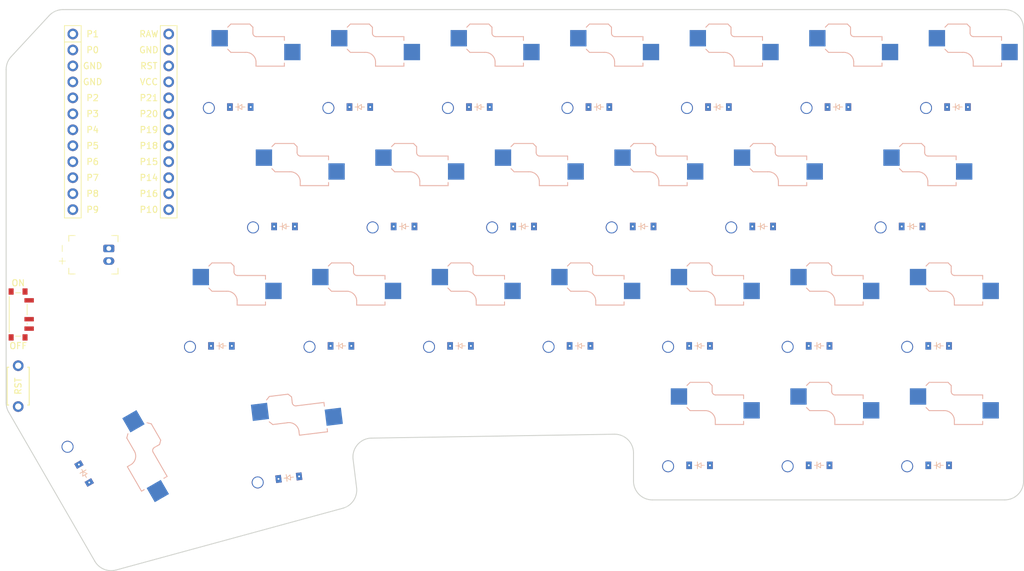
<source format=kicad_pcb>
(kicad_pcb (version 20240108) (generator "ergogen") (generator_version "4.2.1")
  (title_block (title "right_pcb") (date "2026-02-02") (rev "v1.0.0") (company "Unknown"))
  (layers (0 "F.Cu" signal) (31 "B.Cu" signal) (34 "B.Paste" user) (35 "F.Paste" user) (36 "B.SilkS" user "B.Silkscreen") (37 "F.SilkS" user "F.Silkscreen") (38 "B.Mask" user) (39 "F.Mask" user) (44 "Edge.Cuts" user))
  (net 0 "")
  (net 1 "P0")
  (net 2 "y_single")
  (net 3 "GND")
  (net 4 "D1")
  (net 5 "D2")
  (net 6 "P1")
  (net 7 "u_single")
  (net 8 "P2")
  (net 9 "i_single")
  (net 10 "P3")
  (net 11 "o_single")
  (net 12 "P4")
  (net 13 "p_single")
  (net 14 "P5")
  (net 15 "backspace_single")
  (net 16 "P6")
  (net 17 "delete_single")
  (net 18 "h_single")
  (net 19 "j_single")
  (net 20 "k_single")
  (net 21 "l_single")
  (net 22 "colon_single")
  (net 23 "quotes_single")
  (net 24 "b_single")
  (net 25 "n_single")
  (net 26 "m_single")
  (net 27 "comma_single")
  (net 28 "peroid_single")
  (net 29 "up_arrow_single")
  (net 30 "slash_single")
  (net 31 "larrow_single")
  (net 32 "darrow_single")
  (net 33 "rarrow_single")
  (net 34 "space_single")
  (net 35 "raise_single")
  (net 36 "RAW")
  (net 37 "RST")
  (net 38 "VCC")
  (net 39 "P21")
  (net 40 "P20")
  (net 41 "P19")
  (net 42 "P18")
  (net 43 "P15")
  (net 44 "P14")
  (net 45 "P16")
  (net 46 "P10")
  (net 47 "P7")
  (net 48 "P8")
  (net 49 "P9")
  (net 50 "P101")
  (net 51 "P102")
  (net 52 "P107")
  (net 53 "MCU1_24")
  (net 54 "MCU1_1")
  (net 55 "MCU1_23")
  (net 56 "MCU1_2")
  (net 57 "MCU1_22")
  (net 58 "MCU1_3")
  (net 59 "MCU1_21")
  (net 60 "MCU1_4")
  (net 61 "MCU1_20")
  (net 62 "MCU1_5")
  (net 63 "MCU1_19")
  (net 64 "MCU1_6")
  (net 65 "MCU1_18")
  (net 66 "MCU1_7")
  (net 67 "MCU1_17")
  (net 68 "MCU1_8")
  (net 69 "MCU1_16")
  (net 70 "MCU1_9")
  (net 71 "MCU1_15")
  (net 72 "MCU1_10")
  (net 73 "MCU1_14")
  (net 74 "MCU1_11")
  (net 75 "MCU1_13")
  (net 76 "MCU1_12")
  (net 77 "BAT_P")
  (net 78 "JST1_1")
  (net 79 "JST1_2")
  (footprint "ceoloide:switch_choc_v1_v2" (layer "B.Cu") (at 150 100 0)
    (property "Reference" "S1" hide)
    (pad "" np_thru_hole circle (at 0 0 0) (size 5 5) (drill 5) (layers "*.Cu" "*.Mask"))
    (pad "" np_thru_hole circle (at 5.5 0 0) (size 1.9 1.9) (drill 1.9) (layers "*.Cu" "*.Mask"))
    (pad "" np_thru_hole circle (at -5.5 0 0) (size 1.9 1.9) (drill 1.9) (layers "*.Cu" "*.Mask"))
    (pad "" thru_hole circle (at -5.00 5.15 0) (size 1.9 1.9) (drill 1.6) (layers "*.Cu" "*.Mask"))
    (pad "" np_thru_hole circle (at 0 -5.95 0) (size 3 3) (drill 3) (layers "*.Cu" "*.Mask"))
    (pad "1" smd rect (at -3.275 -5.95 0) (size 2.6 2.6) (layers "B.Cu" "B.Paste" "B.Mask") (net 1 "P0"))
    (pad "2" smd rect (at 8.275 -3.75 0) (size 2.6 2.6) (layers "B.Cu" "B.Paste" "B.Mask") (net 2 "y_single"))
    (pad "" np_thru_hole circle (at 5 -3.75 195) (size 3 3) (drill 3) (layers "*.Cu" "*.Mask"))
  )
  (footprint "ceoloide:switch_choc_v1_v2" (layer "B.Cu") (at 169 100 0)
    (property "Reference" "S2" hide)
    (pad "" np_thru_hole circle (at 0 0 0) (size 5 5) (drill 5) (layers "*.Cu" "*.Mask"))
    (pad "" np_thru_hole circle (at 5.5 0 0) (size 1.9 1.9) (drill 1.9) (layers "*.Cu" "*.Mask"))
    (pad "" np_thru_hole circle (at -5.5 0 0) (size 1.9 1.9) (drill 1.9) (layers "*.Cu" "*.Mask"))
    (pad "" thru_hole circle (at -5.00 5.15 0) (size 1.9 1.9) (drill 1.6) (layers "*.Cu" "*.Mask"))
    (pad "" np_thru_hole circle (at 0 -5.95 0) (size 3 3) (drill 3) (layers "*.Cu" "*.Mask"))
    (pad "1" smd rect (at -3.275 -5.95 0) (size 2.6 2.6) (layers "B.Cu" "B.Paste" "B.Mask") (net 6 "P1"))
    (pad "2" smd rect (at 8.275 -3.75 0) (size 2.6 2.6) (layers "B.Cu" "B.Paste" "B.Mask") (net 7 "u_single"))
    (pad "" np_thru_hole circle (at 5 -3.75 195) (size 3 3) (drill 3) (layers "*.Cu" "*.Mask"))
  )
  (footprint "ceoloide:switch_choc_v1_v2" (layer "B.Cu") (at 188 100 0)
    (property "Reference" "S3" hide)
    (pad "" np_thru_hole circle (at 0 0 0) (size 5 5) (drill 5) (layers "*.Cu" "*.Mask"))
    (pad "" np_thru_hole circle (at 5.5 0 0) (size 1.9 1.9) (drill 1.9) (layers "*.Cu" "*.Mask"))
    (pad "" np_thru_hole circle (at -5.5 0 0) (size 1.9 1.9) (drill 1.9) (layers "*.Cu" "*.Mask"))
    (pad "" thru_hole circle (at -5.00 5.15 0) (size 1.9 1.9) (drill 1.6) (layers "*.Cu" "*.Mask"))
    (pad "" np_thru_hole circle (at 0 -5.95 0) (size 3 3) (drill 3) (layers "*.Cu" "*.Mask"))
    (pad "1" smd rect (at -3.275 -5.95 0) (size 2.6 2.6) (layers "B.Cu" "B.Paste" "B.Mask") (net 8 "P2"))
    (pad "2" smd rect (at 8.275 -3.75 0) (size 2.6 2.6) (layers "B.Cu" "B.Paste" "B.Mask") (net 9 "i_single"))
    (pad "" np_thru_hole circle (at 5 -3.75 195) (size 3 3) (drill 3) (layers "*.Cu" "*.Mask"))
  )
  (footprint "ceoloide:switch_choc_v1_v2" (layer "B.Cu") (at 207 100 0)
    (property "Reference" "S4" hide)
    (pad "" np_thru_hole circle (at 0 0 0) (size 5 5) (drill 5) (layers "*.Cu" "*.Mask"))
    (pad "" np_thru_hole circle (at 5.5 0 0) (size 1.9 1.9) (drill 1.9) (layers "*.Cu" "*.Mask"))
    (pad "" np_thru_hole circle (at -5.5 0 0) (size 1.9 1.9) (drill 1.9) (layers "*.Cu" "*.Mask"))
    (pad "" thru_hole circle (at -5.00 5.15 0) (size 1.9 1.9) (drill 1.6) (layers "*.Cu" "*.Mask"))
    (pad "" np_thru_hole circle (at 0 -5.95 0) (size 3 3) (drill 3) (layers "*.Cu" "*.Mask"))
    (pad "1" smd rect (at -3.275 -5.95 0) (size 2.6 2.6) (layers "B.Cu" "B.Paste" "B.Mask") (net 10 "P3"))
    (pad "2" smd rect (at 8.275 -3.75 0) (size 2.6 2.6) (layers "B.Cu" "B.Paste" "B.Mask") (net 11 "o_single"))
    (pad "" np_thru_hole circle (at 5 -3.75 195) (size 3 3) (drill 3) (layers "*.Cu" "*.Mask"))
  )
  (footprint "ceoloide:switch_choc_v1_v2" (layer "B.Cu") (at 226 100 0)
    (property "Reference" "S5" hide)
    (pad "" np_thru_hole circle (at 0 0 0) (size 5 5) (drill 5) (layers "*.Cu" "*.Mask"))
    (pad "" np_thru_hole circle (at 5.5 0 0) (size 1.9 1.9) (drill 1.9) (layers "*.Cu" "*.Mask"))
    (pad "" np_thru_hole circle (at -5.5 0 0) (size 1.9 1.9) (drill 1.9) (layers "*.Cu" "*.Mask"))
    (pad "" thru_hole circle (at -5.00 5.15 0) (size 1.9 1.9) (drill 1.6) (layers "*.Cu" "*.Mask"))
    (pad "" np_thru_hole circle (at 0 -5.95 0) (size 3 3) (drill 3) (layers "*.Cu" "*.Mask"))
    (pad "1" smd rect (at -3.275 -5.95 0) (size 2.6 2.6) (layers "B.Cu" "B.Paste" "B.Mask") (net 12 "P4"))
    (pad "2" smd rect (at 8.275 -3.75 0) (size 2.6 2.6) (layers "B.Cu" "B.Paste" "B.Mask") (net 13 "p_single"))
    (pad "" np_thru_hole circle (at 5 -3.75 195) (size 3 3) (drill 3) (layers "*.Cu" "*.Mask"))
  )
  (footprint "ceoloide:switch_choc_v1_v2" (layer "B.Cu") (at 245 100 0)
    (property "Reference" "S6" hide)
    (pad "" np_thru_hole circle (at 0 0 0) (size 5 5) (drill 5) (layers "*.Cu" "*.Mask"))
    (pad "" np_thru_hole circle (at 5.5 0 0) (size 1.9 1.9) (drill 1.9) (layers "*.Cu" "*.Mask"))
    (pad "" np_thru_hole circle (at -5.5 0 0) (size 1.9 1.9) (drill 1.9) (layers "*.Cu" "*.Mask"))
    (pad "" thru_hole circle (at -5.00 5.15 0) (size 1.9 1.9) (drill 1.6) (layers "*.Cu" "*.Mask"))
    (pad "" np_thru_hole circle (at 0 -5.95 0) (size 3 3) (drill 3) (layers "*.Cu" "*.Mask"))
    (pad "1" smd rect (at -3.275 -5.95 0) (size 2.6 2.6) (layers "B.Cu" "B.Paste" "B.Mask") (net 14 "P5"))
    (pad "2" smd rect (at 8.275 -3.75 0) (size 2.6 2.6) (layers "B.Cu" "B.Paste" "B.Mask") (net 15 "backspace_single"))
    (pad "" np_thru_hole circle (at 5 -3.75 195) (size 3 3) (drill 3) (layers "*.Cu" "*.Mask"))
  )
  (footprint "ceoloide:switch_choc_v1_v2" (layer "B.Cu") (at 264 100 0)
    (property "Reference" "S7" hide)
    (pad "" np_thru_hole circle (at 0 0 0) (size 5 5) (drill 5) (layers "*.Cu" "*.Mask"))
    (pad "" np_thru_hole circle (at 5.5 0 0) (size 1.9 1.9) (drill 1.9) (layers "*.Cu" "*.Mask"))
    (pad "" np_thru_hole circle (at -5.5 0 0) (size 1.9 1.9) (drill 1.9) (layers "*.Cu" "*.Mask"))
    (pad "" thru_hole circle (at -5.00 5.15 0) (size 1.9 1.9) (drill 1.6) (layers "*.Cu" "*.Mask"))
    (pad "" np_thru_hole circle (at 0 -5.95 0) (size 3 3) (drill 3) (layers "*.Cu" "*.Mask"))
    (pad "1" smd rect (at -3.275 -5.95 0) (size 2.6 2.6) (layers "B.Cu" "B.Paste" "B.Mask") (net 16 "P6"))
    (pad "2" smd rect (at 8.275 -3.75 0) (size 2.6 2.6) (layers "B.Cu" "B.Paste" "B.Mask") (net 17 "delete_single"))
    (pad "" np_thru_hole circle (at 5 -3.75 195) (size 3 3) (drill 3) (layers "*.Cu" "*.Mask"))
  )
  (footprint "ceoloide:switch_choc_v1_v2" (layer "B.Cu") (at 157.03 119 0)
    (property "Reference" "S8" hide)
    (pad "" np_thru_hole circle (at 0 0 0) (size 5 5) (drill 5) (layers "*.Cu" "*.Mask"))
    (pad "" np_thru_hole circle (at 5.5 0 0) (size 1.9 1.9) (drill 1.9) (layers "*.Cu" "*.Mask"))
    (pad "" np_thru_hole circle (at -5.5 0 0) (size 1.9 1.9) (drill 1.9) (layers "*.Cu" "*.Mask"))
    (pad "" thru_hole circle (at -5.00 5.15 0) (size 1.9 1.9) (drill 1.6) (layers "*.Cu" "*.Mask"))
    (pad "" np_thru_hole circle (at 0 -5.95 0) (size 3 3) (drill 3) (layers "*.Cu" "*.Mask"))
    (pad "1" smd rect (at -3.275 -5.95 0) (size 2.6 2.6) (layers "B.Cu" "B.Paste" "B.Mask") (net 1 "P0"))
    (pad "2" smd rect (at 8.275 -3.75 0) (size 2.6 2.6) (layers "B.Cu" "B.Paste" "B.Mask") (net 18 "h_single"))
    (pad "" np_thru_hole circle (at 5 -3.75 195) (size 3 3) (drill 3) (layers "*.Cu" "*.Mask"))
  )
  (footprint "ceoloide:switch_choc_v1_v2" (layer "B.Cu") (at 176.03 119 0)
    (property "Reference" "S9" hide)
    (pad "" np_thru_hole circle (at 0 0 0) (size 5 5) (drill 5) (layers "*.Cu" "*.Mask"))
    (pad "" np_thru_hole circle (at 5.5 0 0) (size 1.9 1.9) (drill 1.9) (layers "*.Cu" "*.Mask"))
    (pad "" np_thru_hole circle (at -5.5 0 0) (size 1.9 1.9) (drill 1.9) (layers "*.Cu" "*.Mask"))
    (pad "" thru_hole circle (at -5.00 5.15 0) (size 1.9 1.9) (drill 1.6) (layers "*.Cu" "*.Mask"))
    (pad "" np_thru_hole circle (at 0 -5.95 0) (size 3 3) (drill 3) (layers "*.Cu" "*.Mask"))
    (pad "1" smd rect (at -3.275 -5.95 0) (size 2.6 2.6) (layers "B.Cu" "B.Paste" "B.Mask") (net 6 "P1"))
    (pad "2" smd rect (at 8.275 -3.75 0) (size 2.6 2.6) (layers "B.Cu" "B.Paste" "B.Mask") (net 19 "j_single"))
    (pad "" np_thru_hole circle (at 5 -3.75 195) (size 3 3) (drill 3) (layers "*.Cu" "*.Mask"))
  )
  (footprint "ceoloide:switch_choc_v1_v2" (layer "B.Cu") (at 195.03 119 0)
    (property "Reference" "S10" hide)
    (pad "" np_thru_hole circle (at 0 0 0) (size 5 5) (drill 5) (layers "*.Cu" "*.Mask"))
    (pad "" np_thru_hole circle (at 5.5 0 0) (size 1.9 1.9) (drill 1.9) (layers "*.Cu" "*.Mask"))
    (pad "" np_thru_hole circle (at -5.5 0 0) (size 1.9 1.9) (drill 1.9) (layers "*.Cu" "*.Mask"))
    (pad "" thru_hole circle (at -5.00 5.15 0) (size 1.9 1.9) (drill 1.6) (layers "*.Cu" "*.Mask"))
    (pad "" np_thru_hole circle (at 0 -5.95 0) (size 3 3) (drill 3) (layers "*.Cu" "*.Mask"))
    (pad "1" smd rect (at -3.275 -5.95 0) (size 2.6 2.6) (layers "B.Cu" "B.Paste" "B.Mask") (net 8 "P2"))
    (pad "2" smd rect (at 8.275 -3.75 0) (size 2.6 2.6) (layers "B.Cu" "B.Paste" "B.Mask") (net 20 "k_single"))
    (pad "" np_thru_hole circle (at 5 -3.75 195) (size 3 3) (drill 3) (layers "*.Cu" "*.Mask"))
  )
  (footprint "ceoloide:switch_choc_v1_v2" (layer "B.Cu") (at 214.03 119 0)
    (property "Reference" "S11" hide)
    (pad "" np_thru_hole circle (at 0 0 0) (size 5 5) (drill 5) (layers "*.Cu" "*.Mask"))
    (pad "" np_thru_hole circle (at 5.5 0 0) (size 1.9 1.9) (drill 1.9) (layers "*.Cu" "*.Mask"))
    (pad "" np_thru_hole circle (at -5.5 0 0) (size 1.9 1.9) (drill 1.9) (layers "*.Cu" "*.Mask"))
    (pad "" thru_hole circle (at -5.00 5.15 0) (size 1.9 1.9) (drill 1.6) (layers "*.Cu" "*.Mask"))
    (pad "" np_thru_hole circle (at 0 -5.95 0) (size 3 3) (drill 3) (layers "*.Cu" "*.Mask"))
    (pad "1" smd rect (at -3.275 -5.95 0) (size 2.6 2.6) (layers "B.Cu" "B.Paste" "B.Mask") (net 10 "P3"))
    (pad "2" smd rect (at 8.275 -3.75 0) (size 2.6 2.6) (layers "B.Cu" "B.Paste" "B.Mask") (net 21 "l_single"))
    (pad "" np_thru_hole circle (at 5 -3.75 195) (size 3 3) (drill 3) (layers "*.Cu" "*.Mask"))
  )
  (footprint "ceoloide:switch_choc_v1_v2" (layer "B.Cu") (at 233.03 119 0)
    (property "Reference" "S12" hide)
    (pad "" np_thru_hole circle (at 0 0 0) (size 5 5) (drill 5) (layers "*.Cu" "*.Mask"))
    (pad "" np_thru_hole circle (at 5.5 0 0) (size 1.9 1.9) (drill 1.9) (layers "*.Cu" "*.Mask"))
    (pad "" np_thru_hole circle (at -5.5 0 0) (size 1.9 1.9) (drill 1.9) (layers "*.Cu" "*.Mask"))
    (pad "" thru_hole circle (at -5.00 5.15 0) (size 1.9 1.9) (drill 1.6) (layers "*.Cu" "*.Mask"))
    (pad "" np_thru_hole circle (at 0 -5.95 0) (size 3 3) (drill 3) (layers "*.Cu" "*.Mask"))
    (pad "1" smd rect (at -3.275 -5.95 0) (size 2.6 2.6) (layers "B.Cu" "B.Paste" "B.Mask") (net 12 "P4"))
    (pad "2" smd rect (at 8.275 -3.75 0) (size 2.6 2.6) (layers "B.Cu" "B.Paste" "B.Mask") (net 22 "colon_single"))
    (pad "" np_thru_hole circle (at 5 -3.75 195) (size 3 3) (drill 3) (layers "*.Cu" "*.Mask"))
  )
  (footprint "ceoloide:switch_choc_v1_v2" (layer "B.Cu") (at 256.78 119 0)
    (property "Reference" "S13" hide)
    (pad "" np_thru_hole circle (at 0 0 0) (size 5 5) (drill 5) (layers "*.Cu" "*.Mask"))
    (pad "" np_thru_hole circle (at 5.5 0 0) (size 1.9 1.9) (drill 1.9) (layers "*.Cu" "*.Mask"))
    (pad "" np_thru_hole circle (at -5.5 0 0) (size 1.9 1.9) (drill 1.9) (layers "*.Cu" "*.Mask"))
    (pad "" thru_hole circle (at -5.00 5.15 0) (size 1.9 1.9) (drill 1.6) (layers "*.Cu" "*.Mask"))
    (pad "" np_thru_hole circle (at 0 -5.95 0) (size 3 3) (drill 3) (layers "*.Cu" "*.Mask"))
    (pad "1" smd rect (at -3.275 -5.95 0) (size 2.6 2.6) (layers "B.Cu" "B.Paste" "B.Mask") (net 14 "P5"))
    (pad "2" smd rect (at 8.275 -3.75 0) (size 2.6 2.6) (layers "B.Cu" "B.Paste" "B.Mask") (net 23 "quotes_single"))
    (pad "" np_thru_hole circle (at 5 -3.75 195) (size 3 3) (drill 3) (layers "*.Cu" "*.Mask"))
  )
  (footprint "ceoloide:switch_choc_v1_v2" (layer "B.Cu") (at 147 138 0)
    (property "Reference" "S14" hide)
    (pad "" np_thru_hole circle (at 0 0 0) (size 5 5) (drill 5) (layers "*.Cu" "*.Mask"))
    (pad "" np_thru_hole circle (at 5.5 0 0) (size 1.9 1.9) (drill 1.9) (layers "*.Cu" "*.Mask"))
    (pad "" np_thru_hole circle (at -5.5 0 0) (size 1.9 1.9) (drill 1.9) (layers "*.Cu" "*.Mask"))
    (pad "" thru_hole circle (at -5.00 5.15 0) (size 1.9 1.9) (drill 1.6) (layers "*.Cu" "*.Mask"))
    (pad "" np_thru_hole circle (at 0 -5.95 0) (size 3 3) (drill 3) (layers "*.Cu" "*.Mask"))
    (pad "1" smd rect (at -3.275 -5.95 0) (size 2.6 2.6) (layers "B.Cu" "B.Paste" "B.Mask") (net 1 "P0"))
    (pad "2" smd rect (at 8.275 -3.75 0) (size 2.6 2.6) (layers "B.Cu" "B.Paste" "B.Mask") (net 24 "b_single"))
    (pad "" np_thru_hole circle (at 5 -3.75 195) (size 3 3) (drill 3) (layers "*.Cu" "*.Mask"))
  )
  (footprint "ceoloide:switch_choc_v1_v2" (layer "B.Cu") (at 166 138 0)
    (property "Reference" "S15" hide)
    (pad "" np_thru_hole circle (at 0 0 0) (size 5 5) (drill 5) (layers "*.Cu" "*.Mask"))
    (pad "" np_thru_hole circle (at 5.5 0 0) (size 1.9 1.9) (drill 1.9) (layers "*.Cu" "*.Mask"))
    (pad "" np_thru_hole circle (at -5.5 0 0) (size 1.9 1.9) (drill 1.9) (layers "*.Cu" "*.Mask"))
    (pad "" thru_hole circle (at -5.00 5.15 0) (size 1.9 1.9) (drill 1.6) (layers "*.Cu" "*.Mask"))
    (pad "" np_thru_hole circle (at 0 -5.95 0) (size 3 3) (drill 3) (layers "*.Cu" "*.Mask"))
    (pad "1" smd rect (at -3.275 -5.95 0) (size 2.6 2.6) (layers "B.Cu" "B.Paste" "B.Mask") (net 6 "P1"))
    (pad "2" smd rect (at 8.275 -3.75 0) (size 2.6 2.6) (layers "B.Cu" "B.Paste" "B.Mask") (net 25 "n_single"))
    (pad "" np_thru_hole circle (at 5 -3.75 195) (size 3 3) (drill 3) (layers "*.Cu" "*.Mask"))
  )
  (footprint "ceoloide:switch_choc_v1_v2" (layer "B.Cu") (at 185 138 0)
    (property "Reference" "S16" hide)
    (pad "" np_thru_hole circle (at 0 0 0) (size 5 5) (drill 5) (layers "*.Cu" "*.Mask"))
    (pad "" np_thru_hole circle (at 5.5 0 0) (size 1.9 1.9) (drill 1.9) (layers "*.Cu" "*.Mask"))
    (pad "" np_thru_hole circle (at -5.5 0 0) (size 1.9 1.9) (drill 1.9) (layers "*.Cu" "*.Mask"))
    (pad "" thru_hole circle (at -5.00 5.15 0) (size 1.9 1.9) (drill 1.6) (layers "*.Cu" "*.Mask"))
    (pad "" np_thru_hole circle (at 0 -5.95 0) (size 3 3) (drill 3) (layers "*.Cu" "*.Mask"))
    (pad "1" smd rect (at -3.275 -5.95 0) (size 2.6 2.6) (layers "B.Cu" "B.Paste" "B.Mask") (net 8 "P2"))
    (pad "2" smd rect (at 8.275 -3.75 0) (size 2.6 2.6) (layers "B.Cu" "B.Paste" "B.Mask") (net 26 "m_single"))
    (pad "" np_thru_hole circle (at 5 -3.75 195) (size 3 3) (drill 3) (layers "*.Cu" "*.Mask"))
  )
  (footprint "ceoloide:switch_choc_v1_v2" (layer "B.Cu") (at 204 138 0)
    (property "Reference" "S17" hide)
    (pad "" np_thru_hole circle (at 0 0 0) (size 5 5) (drill 5) (layers "*.Cu" "*.Mask"))
    (pad "" np_thru_hole circle (at 5.5 0 0) (size 1.9 1.9) (drill 1.9) (layers "*.Cu" "*.Mask"))
    (pad "" np_thru_hole circle (at -5.5 0 0) (size 1.9 1.9) (drill 1.9) (layers "*.Cu" "*.Mask"))
    (pad "" thru_hole circle (at -5.00 5.15 0) (size 1.9 1.9) (drill 1.6) (layers "*.Cu" "*.Mask"))
    (pad "" np_thru_hole circle (at 0 -5.95 0) (size 3 3) (drill 3) (layers "*.Cu" "*.Mask"))
    (pad "1" smd rect (at -3.275 -5.95 0) (size 2.6 2.6) (layers "B.Cu" "B.Paste" "B.Mask") (net 10 "P3"))
    (pad "2" smd rect (at 8.275 -3.75 0) (size 2.6 2.6) (layers "B.Cu" "B.Paste" "B.Mask") (net 27 "comma_single"))
    (pad "" np_thru_hole circle (at 5 -3.75 195) (size 3 3) (drill 3) (layers "*.Cu" "*.Mask"))
  )
  (footprint "ceoloide:switch_choc_v1_v2" (layer "B.Cu") (at 223 138 0)
    (property "Reference" "S18" hide)
    (pad "" np_thru_hole circle (at 0 0 0) (size 5 5) (drill 5) (layers "*.Cu" "*.Mask"))
    (pad "" np_thru_hole circle (at 5.5 0 0) (size 1.9 1.9) (drill 1.9) (layers "*.Cu" "*.Mask"))
    (pad "" np_thru_hole circle (at -5.5 0 0) (size 1.9 1.9) (drill 1.9) (layers "*.Cu" "*.Mask"))
    (pad "" thru_hole circle (at -5.00 5.15 0) (size 1.9 1.9) (drill 1.6) (layers "*.Cu" "*.Mask"))
    (pad "" np_thru_hole circle (at 0 -5.95 0) (size 3 3) (drill 3) (layers "*.Cu" "*.Mask"))
    (pad "1" smd rect (at -3.275 -5.95 0) (size 2.6 2.6) (layers "B.Cu" "B.Paste" "B.Mask") (net 12 "P4"))
    (pad "2" smd rect (at 8.275 -3.75 0) (size 2.6 2.6) (layers "B.Cu" "B.Paste" "B.Mask") (net 28 "peroid_single"))
    (pad "" np_thru_hole circle (at 5 -3.75 195) (size 3 3) (drill 3) (layers "*.Cu" "*.Mask"))
  )
  (footprint "ceoloide:switch_choc_v1_v2" (layer "B.Cu") (at 242 138 0)
    (property "Reference" "S19" hide)
    (pad "" np_thru_hole circle (at 0 0 0) (size 5 5) (drill 5) (layers "*.Cu" "*.Mask"))
    (pad "" np_thru_hole circle (at 5.5 0 0) (size 1.9 1.9) (drill 1.9) (layers "*.Cu" "*.Mask"))
    (pad "" np_thru_hole circle (at -5.5 0 0) (size 1.9 1.9) (drill 1.9) (layers "*.Cu" "*.Mask"))
    (pad "" thru_hole circle (at -5.00 5.15 0) (size 1.9 1.9) (drill 1.6) (layers "*.Cu" "*.Mask"))
    (pad "" np_thru_hole circle (at 0 -5.95 0) (size 3 3) (drill 3) (layers "*.Cu" "*.Mask"))
    (pad "1" smd rect (at -3.275 -5.95 0) (size 2.6 2.6) (layers "B.Cu" "B.Paste" "B.Mask") (net 14 "P5"))
    (pad "2" smd rect (at 8.275 -3.75 0) (size 2.6 2.6) (layers "B.Cu" "B.Paste" "B.Mask") (net 29 "up_arrow_single"))
    (pad "" np_thru_hole circle (at 5 -3.75 195) (size 3 3) (drill 3) (layers "*.Cu" "*.Mask"))
  )
  (footprint "ceoloide:switch_choc_v1_v2" (layer "B.Cu") (at 261 138 0)
    (property "Reference" "S20" hide)
    (pad "" np_thru_hole circle (at 0 0 0) (size 5 5) (drill 5) (layers "*.Cu" "*.Mask"))
    (pad "" np_thru_hole circle (at 5.5 0 0) (size 1.9 1.9) (drill 1.9) (layers "*.Cu" "*.Mask"))
    (pad "" np_thru_hole circle (at -5.5 0 0) (size 1.9 1.9) (drill 1.9) (layers "*.Cu" "*.Mask"))
    (pad "" thru_hole circle (at -5.00 5.15 0) (size 1.9 1.9) (drill 1.6) (layers "*.Cu" "*.Mask"))
    (pad "" np_thru_hole circle (at 0 -5.95 0) (size 3 3) (drill 3) (layers "*.Cu" "*.Mask"))
    (pad "1" smd rect (at -3.275 -5.95 0) (size 2.6 2.6) (layers "B.Cu" "B.Paste" "B.Mask") (net 16 "P6"))
    (pad "2" smd rect (at 8.275 -3.75 0) (size 2.6 2.6) (layers "B.Cu" "B.Paste" "B.Mask") (net 30 "slash_single"))
    (pad "" np_thru_hole circle (at 5 -3.75 195) (size 3 3) (drill 3) (layers "*.Cu" "*.Mask"))
  )
  (footprint "ceoloide:switch_choc_v1_v2" (layer "B.Cu") (at 223 157 0)
    (property "Reference" "S21" hide)
    (pad "" np_thru_hole circle (at 0 0 0) (size 5 5) (drill 5) (layers "*.Cu" "*.Mask"))
    (pad "" np_thru_hole circle (at 5.5 0 0) (size 1.9 1.9) (drill 1.9) (layers "*.Cu" "*.Mask"))
    (pad "" np_thru_hole circle (at -5.5 0 0) (size 1.9 1.9) (drill 1.9) (layers "*.Cu" "*.Mask"))
    (pad "" thru_hole circle (at -5.00 5.15 0) (size 1.9 1.9) (drill 1.6) (layers "*.Cu" "*.Mask"))
    (pad "" np_thru_hole circle (at 0 -5.95 0) (size 3 3) (drill 3) (layers "*.Cu" "*.Mask"))
    (pad "1" smd rect (at -3.275 -5.95 0) (size 2.6 2.6) (layers "B.Cu" "B.Paste" "B.Mask") (net 12 "P4"))
    (pad "2" smd rect (at 8.275 -3.75 0) (size 2.6 2.6) (layers "B.Cu" "B.Paste" "B.Mask") (net 31 "larrow_single"))
    (pad "" np_thru_hole circle (at 5 -3.75 195) (size 3 3) (drill 3) (layers "*.Cu" "*.Mask"))
  )
  (footprint "ceoloide:switch_choc_v1_v2" (layer "B.Cu") (at 242 157 0)
    (property "Reference" "S22" hide)
    (pad "" np_thru_hole circle (at 0 0 0) (size 5 5) (drill 5) (layers "*.Cu" "*.Mask"))
    (pad "" np_thru_hole circle (at 5.5 0 0) (size 1.9 1.9) (drill 1.9) (layers "*.Cu" "*.Mask"))
    (pad "" np_thru_hole circle (at -5.5 0 0) (size 1.9 1.9) (drill 1.9) (layers "*.Cu" "*.Mask"))
    (pad "" thru_hole circle (at -5.00 5.15 0) (size 1.9 1.9) (drill 1.6) (layers "*.Cu" "*.Mask"))
    (pad "" np_thru_hole circle (at 0 -5.95 0) (size 3 3) (drill 3) (layers "*.Cu" "*.Mask"))
    (pad "1" smd rect (at -3.275 -5.95 0) (size 2.6 2.6) (layers "B.Cu" "B.Paste" "B.Mask") (net 14 "P5"))
    (pad "2" smd rect (at 8.275 -3.75 0) (size 2.6 2.6) (layers "B.Cu" "B.Paste" "B.Mask") (net 32 "darrow_single"))
    (pad "" np_thru_hole circle (at 5 -3.75 195) (size 3 3) (drill 3) (layers "*.Cu" "*.Mask"))
  )
  (footprint "ceoloide:switch_choc_v1_v2" (layer "B.Cu") (at 261 157 0)
    (property "Reference" "S23" hide)
    (pad "" np_thru_hole circle (at 0 0 0) (size 5 5) (drill 5) (layers "*.Cu" "*.Mask"))
    (pad "" np_thru_hole circle (at 5.5 0 0) (size 1.9 1.9) (drill 1.9) (layers "*.Cu" "*.Mask"))
    (pad "" np_thru_hole circle (at -5.5 0 0) (size 1.9 1.9) (drill 1.9) (layers "*.Cu" "*.Mask"))
    (pad "" thru_hole circle (at -5.00 5.15 0) (size 1.9 1.9) (drill 1.6) (layers "*.Cu" "*.Mask"))
    (pad "" np_thru_hole circle (at 0 -5.95 0) (size 3 3) (drill 3) (layers "*.Cu" "*.Mask"))
    (pad "1" smd rect (at -3.275 -5.95 0) (size 2.6 2.6) (layers "B.Cu" "B.Paste" "B.Mask") (net 16 "P6"))
    (pad "2" smd rect (at 8.275 -3.75 0) (size 2.6 2.6) (layers "B.Cu" "B.Paste" "B.Mask") (net 33 "rarrow_single"))
    (pad "" np_thru_hole circle (at 5 -3.75 195) (size 3 3) (drill 3) (layers "*.Cu" "*.Mask"))
  )
  (footprint "ceoloide:switch_choc_v1_v2" (layer "B.Cu") (at 129.5 160.8 -60)
    (property "Reference" "S24" hide)
    (pad "" np_thru_hole circle (at 0 0 -60) (size 5 5) (drill 5) (layers "*.Cu" "*.Mask"))
    (pad "" np_thru_hole circle (at 5.5 0 -60) (size 1.9 1.9) (drill 1.9) (layers "*.Cu" "*.Mask"))
    (pad "" np_thru_hole circle (at -5.5 0 -60) (size 1.9 1.9) (drill 1.9) (layers "*.Cu" "*.Mask"))
    (pad "" thru_hole circle (at -5.00 5.15 -60) (size 1.9 1.9) (drill 1.6) (layers "*.Cu" "*.Mask"))
    (pad "" np_thru_hole circle (at 0 -5.95 -60) (size 3 3) (drill 3) (layers "*.Cu" "*.Mask"))
    (pad "1" smd rect (at -3.275 -5.95 -60) (size 2.6 2.6) (layers "B.Cu" "B.Paste" "B.Mask") (net 1 "P0"))
    (pad "2" smd rect (at 8.275 -3.75 -60) (size 2.6 2.6) (layers "B.Cu" "B.Paste" "B.Mask") (net 34 "space_single"))
    (pad "" np_thru_hole circle (at 5 -3.75 135) (size 3 3) (drill 3) (layers "*.Cu" "*.Mask"))
  )
  (footprint "ceoloide:switch_choc_v1_v2" (layer "B.Cu") (at 157.1 159 7)
    (property "Reference" "S25" hide)
    (pad "" np_thru_hole circle (at 0 0 7) (size 5 5) (drill 5) (layers "*.Cu" "*.Mask"))
    (pad "" np_thru_hole circle (at 5.5 0 7) (size 1.9 1.9) (drill 1.9) (layers "*.Cu" "*.Mask"))
    (pad "" np_thru_hole circle (at -5.5 0 7) (size 1.9 1.9) (drill 1.9) (layers "*.Cu" "*.Mask"))
    (pad "" thru_hole circle (at -5.00 5.15 7) (size 1.9 1.9) (drill 1.6) (layers "*.Cu" "*.Mask"))
    (pad "" np_thru_hole circle (at 0 -5.95 7) (size 3 3) (drill 3) (layers "*.Cu" "*.Mask"))
    (pad "1" smd rect (at -3.275 -5.95 7) (size 2.6 2.6) (layers "B.Cu" "B.Paste" "B.Mask") (net 6 "P1"))
    (pad "2" smd rect (at 8.275 -3.75 7) (size 2.6 2.6) (layers "B.Cu" "B.Paste" "B.Mask") (net 35 "raise_single"))
    (pad "" np_thru_hole circle (at 5 -3.75 202) (size 3 3) (drill 3) (layers "*.Cu" "*.Mask"))
  )
  (module ComboDiode (layer F.Cu) (at 150 105 0)
    (fp_text reference "D1" hide)
    (fp_text value "" hide)
    (pad 1 smd rect (at -1.65 0 0) (size 0.9 1.2) (layers F.Cu F.Paste F.Mask) (net 0 ""))
    (pad 2 smd rect (at 1.65 0 0) (size 0.9 1.2) (layers B.Cu B.Paste B.Mask) (net 2 "y_single"))
    (pad 1 smd rect (at -1.65 0 0) (size 0.9 1.2) (layers B.Cu B.Paste B.Mask) (net 0 ""))
    (pad 2 smd rect (at 1.65 0 0) (size 0.9 1.2) (layers F.Cu F.Paste F.Mask) (net 2 "y_single"))
    (pad 1 thru_hole circle (at -1.65 0 0) (size 0.6 0.6) (drill 0.3) (layers "*.Cu") (net 0 ""))
    (pad 1 thru_hole circle (at 1.65 0 0) (size 0.6 0.6) (drill 0.3) (layers "*.Cu") (net 2 "y_single"))
  )
  (module ComboDiode (layer F.Cu) (at 169 105 0)
    (fp_text reference "D2" hide)
    (fp_text value "" hide)
    (pad 1 smd rect (at -1.65 0 0) (size 0.9 1.2) (layers F.Cu F.Paste F.Mask) (net 0 ""))
    (pad 2 smd rect (at 1.65 0 0) (size 0.9 1.2) (layers B.Cu B.Paste B.Mask) (net 7 "u_single"))
    (pad 1 smd rect (at -1.65 0 0) (size 0.9 1.2) (layers B.Cu B.Paste B.Mask) (net 0 ""))
    (pad 2 smd rect (at 1.65 0 0) (size 0.9 1.2) (layers F.Cu F.Paste F.Mask) (net 7 "u_single"))
    (pad 1 thru_hole circle (at -1.65 0 0) (size 0.6 0.6) (drill 0.3) (layers "*.Cu") (net 0 ""))
    (pad 1 thru_hole circle (at 1.65 0 0) (size 0.6 0.6) (drill 0.3) (layers "*.Cu") (net 7 "u_single"))
  )
  (module ComboDiode (layer F.Cu) (at 188 105 0)
    (fp_text reference "D3" hide)
    (fp_text value "" hide)
    (pad 1 smd rect (at -1.65 0 0) (size 0.9 1.2) (layers F.Cu F.Paste F.Mask) (net 0 ""))
    (pad 2 smd rect (at 1.65 0 0) (size 0.9 1.2) (layers B.Cu B.Paste B.Mask) (net 9 "i_single"))
    (pad 1 smd rect (at -1.65 0 0) (size 0.9 1.2) (layers B.Cu B.Paste B.Mask) (net 0 ""))
    (pad 2 smd rect (at 1.65 0 0) (size 0.9 1.2) (layers F.Cu F.Paste F.Mask) (net 9 "i_single"))
    (pad 1 thru_hole circle (at -1.65 0 0) (size 0.6 0.6) (drill 0.3) (layers "*.Cu") (net 0 ""))
    (pad 1 thru_hole circle (at 1.65 0 0) (size 0.6 0.6) (drill 0.3) (layers "*.Cu") (net 9 "i_single"))
  )
  (module ComboDiode (layer F.Cu) (at 207 105 0)
    (fp_text reference "D4" hide)
    (fp_text value "" hide)
    (pad 1 smd rect (at -1.65 0 0) (size 0.9 1.2) (layers F.Cu F.Paste F.Mask) (net 0 ""))
    (pad 2 smd rect (at 1.65 0 0) (size 0.9 1.2) (layers B.Cu B.Paste B.Mask) (net 11 "o_single"))
    (pad 1 smd rect (at -1.65 0 0) (size 0.9 1.2) (layers B.Cu B.Paste B.Mask) (net 0 ""))
    (pad 2 smd rect (at 1.65 0 0) (size 0.9 1.2) (layers F.Cu F.Paste F.Mask) (net 11 "o_single"))
    (pad 1 thru_hole circle (at -1.65 0 0) (size 0.6 0.6) (drill 0.3) (layers "*.Cu") (net 0 ""))
    (pad 1 thru_hole circle (at 1.65 0 0) (size 0.6 0.6) (drill 0.3) (layers "*.Cu") (net 11 "o_single"))
  )
  (module ComboDiode (layer F.Cu) (at 226 105 0)
    (fp_text reference "D5" hide)
    (fp_text value "" hide)
    (pad 1 smd rect (at -1.65 0 0) (size 0.9 1.2) (layers F.Cu F.Paste F.Mask) (net 0 ""))
    (pad 2 smd rect (at 1.65 0 0) (size 0.9 1.2) (layers B.Cu B.Paste B.Mask) (net 13 "p_single"))
    (pad 1 smd rect (at -1.65 0 0) (size 0.9 1.2) (layers B.Cu B.Paste B.Mask) (net 0 ""))
    (pad 2 smd rect (at 1.65 0 0) (size 0.9 1.2) (layers F.Cu F.Paste F.Mask) (net 13 "p_single"))
    (pad 1 thru_hole circle (at -1.65 0 0) (size 0.6 0.6) (drill 0.3) (layers "*.Cu") (net 0 ""))
    (pad 1 thru_hole circle (at 1.65 0 0) (size 0.6 0.6) (drill 0.3) (layers "*.Cu") (net 13 "p_single"))
  )
  (module ComboDiode (layer F.Cu) (at 245 105 0)
    (fp_text reference "D6" hide)
    (fp_text value "" hide)
    (pad 1 smd rect (at -1.65 0 0) (size 0.9 1.2) (layers F.Cu F.Paste F.Mask) (net 0 ""))
    (pad 2 smd rect (at 1.65 0 0) (size 0.9 1.2) (layers B.Cu B.Paste B.Mask) (net 15 "backspace_single"))
    (pad 1 smd rect (at -1.65 0 0) (size 0.9 1.2) (layers B.Cu B.Paste B.Mask) (net 0 ""))
    (pad 2 smd rect (at 1.65 0 0) (size 0.9 1.2) (layers F.Cu F.Paste F.Mask) (net 15 "backspace_single"))
    (pad 1 thru_hole circle (at -1.65 0 0) (size 0.6 0.6) (drill 0.3) (layers "*.Cu") (net 0 ""))
    (pad 1 thru_hole circle (at 1.65 0 0) (size 0.6 0.6) (drill 0.3) (layers "*.Cu") (net 15 "backspace_single"))
  )
  (module ComboDiode (layer F.Cu) (at 264 105 0)
    (fp_text reference "D7" hide)
    (fp_text value "" hide)
    (pad 1 smd rect (at -1.65 0 0) (size 0.9 1.2) (layers F.Cu F.Paste F.Mask) (net 0 ""))
    (pad 2 smd rect (at 1.65 0 0) (size 0.9 1.2) (layers B.Cu B.Paste B.Mask) (net 17 "delete_single"))
    (pad 1 smd rect (at -1.65 0 0) (size 0.9 1.2) (layers B.Cu B.Paste B.Mask) (net 0 ""))
    (pad 2 smd rect (at 1.65 0 0) (size 0.9 1.2) (layers F.Cu F.Paste F.Mask) (net 17 "delete_single"))
    (pad 1 thru_hole circle (at -1.65 0 0) (size 0.6 0.6) (drill 0.3) (layers "*.Cu") (net 0 ""))
    (pad 1 thru_hole circle (at 1.65 0 0) (size 0.6 0.6) (drill 0.3) (layers "*.Cu") (net 17 "delete_single"))
  )
  (module ComboDiode (layer F.Cu) (at 157.03 124 0)
    (fp_text reference "D8" hide)
    (fp_text value "" hide)
    (pad 1 smd rect (at -1.65 0 0) (size 0.9 1.2) (layers F.Cu F.Paste F.Mask) (net 0 ""))
    (pad 2 smd rect (at 1.65 0 0) (size 0.9 1.2) (layers B.Cu B.Paste B.Mask) (net 18 "h_single"))
    (pad 1 smd rect (at -1.65 0 0) (size 0.9 1.2) (layers B.Cu B.Paste B.Mask) (net 0 ""))
    (pad 2 smd rect (at 1.65 0 0) (size 0.9 1.2) (layers F.Cu F.Paste F.Mask) (net 18 "h_single"))
    (pad 1 thru_hole circle (at -1.65 0 0) (size 0.6 0.6) (drill 0.3) (layers "*.Cu") (net 0 ""))
    (pad 1 thru_hole circle (at 1.65 0 0) (size 0.6 0.6) (drill 0.3) (layers "*.Cu") (net 18 "h_single"))
  )
  (module ComboDiode (layer F.Cu) (at 176.03 124 0)
    (fp_text reference "D9" hide)
    (fp_text value "" hide)
    (pad 1 smd rect (at -1.65 0 0) (size 0.9 1.2) (layers F.Cu F.Paste F.Mask) (net 0 ""))
    (pad 2 smd rect (at 1.65 0 0) (size 0.9 1.2) (layers B.Cu B.Paste B.Mask) (net 19 "j_single"))
    (pad 1 smd rect (at -1.65 0 0) (size 0.9 1.2) (layers B.Cu B.Paste B.Mask) (net 0 ""))
    (pad 2 smd rect (at 1.65 0 0) (size 0.9 1.2) (layers F.Cu F.Paste F.Mask) (net 19 "j_single"))
    (pad 1 thru_hole circle (at -1.65 0 0) (size 0.6 0.6) (drill 0.3) (layers "*.Cu") (net 0 ""))
    (pad 1 thru_hole circle (at 1.65 0 0) (size 0.6 0.6) (drill 0.3) (layers "*.Cu") (net 19 "j_single"))
  )
  (module ComboDiode (layer F.Cu) (at 195.03 124 0)
    (fp_text reference "D10" hide)
    (fp_text value "" hide)
    (pad 1 smd rect (at -1.65 0 0) (size 0.9 1.2) (layers F.Cu F.Paste F.Mask) (net 0 ""))
    (pad 2 smd rect (at 1.65 0 0) (size 0.9 1.2) (layers B.Cu B.Paste B.Mask) (net 20 "k_single"))
    (pad 1 smd rect (at -1.65 0 0) (size 0.9 1.2) (layers B.Cu B.Paste B.Mask) (net 0 ""))
    (pad 2 smd rect (at 1.65 0 0) (size 0.9 1.2) (layers F.Cu F.Paste F.Mask) (net 20 "k_single"))
    (pad 1 thru_hole circle (at -1.65 0 0) (size 0.6 0.6) (drill 0.3) (layers "*.Cu") (net 0 ""))
    (pad 1 thru_hole circle (at 1.65 0 0) (size 0.6 0.6) (drill 0.3) (layers "*.Cu") (net 20 "k_single"))
  )
  (module ComboDiode (layer F.Cu) (at 214.03 124 0)
    (fp_text reference "D11" hide)
    (fp_text value "" hide)
    (pad 1 smd rect (at -1.65 0 0) (size 0.9 1.2) (layers F.Cu F.Paste F.Mask) (net 0 ""))
    (pad 2 smd rect (at 1.65 0 0) (size 0.9 1.2) (layers B.Cu B.Paste B.Mask) (net 21 "l_single"))
    (pad 1 smd rect (at -1.65 0 0) (size 0.9 1.2) (layers B.Cu B.Paste B.Mask) (net 0 ""))
    (pad 2 smd rect (at 1.65 0 0) (size 0.9 1.2) (layers F.Cu F.Paste F.Mask) (net 21 "l_single"))
    (pad 1 thru_hole circle (at -1.65 0 0) (size 0.6 0.6) (drill 0.3) (layers "*.Cu") (net 0 ""))
    (pad 1 thru_hole circle (at 1.65 0 0) (size 0.6 0.6) (drill 0.3) (layers "*.Cu") (net 21 "l_single"))
  )
  (module ComboDiode (layer F.Cu) (at 233.03 124 0)
    (fp_text reference "D12" hide)
    (fp_text value "" hide)
    (pad 1 smd rect (at -1.65 0 0) (size 0.9 1.2) (layers F.Cu F.Paste F.Mask) (net 0 ""))
    (pad 2 smd rect (at 1.65 0 0) (size 0.9 1.2) (layers B.Cu B.Paste B.Mask) (net 22 "colon_single"))
    (pad 1 smd rect (at -1.65 0 0) (size 0.9 1.2) (layers B.Cu B.Paste B.Mask) (net 0 ""))
    (pad 2 smd rect (at 1.65 0 0) (size 0.9 1.2) (layers F.Cu F.Paste F.Mask) (net 22 "colon_single"))
    (pad 1 thru_hole circle (at -1.65 0 0) (size 0.6 0.6) (drill 0.3) (layers "*.Cu") (net 0 ""))
    (pad 1 thru_hole circle (at 1.65 0 0) (size 0.6 0.6) (drill 0.3) (layers "*.Cu") (net 22 "colon_single"))
  )
  (module ComboDiode (layer F.Cu) (at 256.78 124 0)
    (fp_text reference "D13" hide)
    (fp_text value "" hide)
    (pad 1 smd rect (at -1.65 0 0) (size 0.9 1.2) (layers F.Cu F.Paste F.Mask) (net 0 ""))
    (pad 2 smd rect (at 1.65 0 0) (size 0.9 1.2) (layers B.Cu B.Paste B.Mask) (net 23 "quotes_single"))
    (pad 1 smd rect (at -1.65 0 0) (size 0.9 1.2) (layers B.Cu B.Paste B.Mask) (net 0 ""))
    (pad 2 smd rect (at 1.65 0 0) (size 0.9 1.2) (layers F.Cu F.Paste F.Mask) (net 23 "quotes_single"))
    (pad 1 thru_hole circle (at -1.65 0 0) (size 0.6 0.6) (drill 0.3) (layers "*.Cu") (net 0 ""))
    (pad 1 thru_hole circle (at 1.65 0 0) (size 0.6 0.6) (drill 0.3) (layers "*.Cu") (net 23 "quotes_single"))
  )
  (module ComboDiode (layer F.Cu) (at 147 143 0)
    (fp_text reference "D14" hide)
    (fp_text value "" hide)
    (pad 1 smd rect (at -1.65 0 0) (size 0.9 1.2) (layers F.Cu F.Paste F.Mask) (net 0 ""))
    (pad 2 smd rect (at 1.65 0 0) (size 0.9 1.2) (layers B.Cu B.Paste B.Mask) (net 24 "b_single"))
    (pad 1 smd rect (at -1.65 0 0) (size 0.9 1.2) (layers B.Cu B.Paste B.Mask) (net 0 ""))
    (pad 2 smd rect (at 1.65 0 0) (size 0.9 1.2) (layers F.Cu F.Paste F.Mask) (net 24 "b_single"))
    (pad 1 thru_hole circle (at -1.65 0 0) (size 0.6 0.6) (drill 0.3) (layers "*.Cu") (net 0 ""))
    (pad 1 thru_hole circle (at 1.65 0 0) (size 0.6 0.6) (drill 0.3) (layers "*.Cu") (net 24 "b_single"))
  )
  (module ComboDiode (layer F.Cu) (at 166 143 0)
    (fp_text reference "D15" hide)
    (fp_text value "" hide)
    (pad 1 smd rect (at -1.65 0 0) (size 0.9 1.2) (layers F.Cu F.Paste F.Mask) (net 0 ""))
    (pad 2 smd rect (at 1.65 0 0) (size 0.9 1.2) (layers B.Cu B.Paste B.Mask) (net 25 "n_single"))
    (pad 1 smd rect (at -1.65 0 0) (size 0.9 1.2) (layers B.Cu B.Paste B.Mask) (net 0 ""))
    (pad 2 smd rect (at 1.65 0 0) (size 0.9 1.2) (layers F.Cu F.Paste F.Mask) (net 25 "n_single"))
    (pad 1 thru_hole circle (at -1.65 0 0) (size 0.6 0.6) (drill 0.3) (layers "*.Cu") (net 0 ""))
    (pad 1 thru_hole circle (at 1.65 0 0) (size 0.6 0.6) (drill 0.3) (layers "*.Cu") (net 25 "n_single"))
  )
  (module ComboDiode (layer F.Cu) (at 185 143 0)
    (fp_text reference "D16" hide)
    (fp_text value "" hide)
    (pad 1 smd rect (at -1.65 0 0) (size 0.9 1.2) (layers F.Cu F.Paste F.Mask) (net 0 ""))
    (pad 2 smd rect (at 1.65 0 0) (size 0.9 1.2) (layers B.Cu B.Paste B.Mask) (net 26 "m_single"))
    (pad 1 smd rect (at -1.65 0 0) (size 0.9 1.2) (layers B.Cu B.Paste B.Mask) (net 0 ""))
    (pad 2 smd rect (at 1.65 0 0) (size 0.9 1.2) (layers F.Cu F.Paste F.Mask) (net 26 "m_single"))
    (pad 1 thru_hole circle (at -1.65 0 0) (size 0.6 0.6) (drill 0.3) (layers "*.Cu") (net 0 ""))
    (pad 1 thru_hole circle (at 1.65 0 0) (size 0.6 0.6) (drill 0.3) (layers "*.Cu") (net 26 "m_single"))
  )
  (module ComboDiode (layer F.Cu) (at 204 143 0)
    (fp_text reference "D17" hide)
    (fp_text value "" hide)
    (pad 1 smd rect (at -1.65 0 0) (size 0.9 1.2) (layers F.Cu F.Paste F.Mask) (net 0 ""))
    (pad 2 smd rect (at 1.65 0 0) (size 0.9 1.2) (layers B.Cu B.Paste B.Mask) (net 27 "comma_single"))
    (pad 1 smd rect (at -1.65 0 0) (size 0.9 1.2) (layers B.Cu B.Paste B.Mask) (net 0 ""))
    (pad 2 smd rect (at 1.65 0 0) (size 0.9 1.2) (layers F.Cu F.Paste F.Mask) (net 27 "comma_single"))
    (pad 1 thru_hole circle (at -1.65 0 0) (size 0.6 0.6) (drill 0.3) (layers "*.Cu") (net 0 ""))
    (pad 1 thru_hole circle (at 1.65 0 0) (size 0.6 0.6) (drill 0.3) (layers "*.Cu") (net 27 "comma_single"))
  )
  (module ComboDiode (layer F.Cu) (at 223 143 0)
    (fp_text reference "D18" hide)
    (fp_text value "" hide)
    (pad 1 smd rect (at -1.65 0 0) (size 0.9 1.2) (layers F.Cu F.Paste F.Mask) (net 0 ""))
    (pad 2 smd rect (at 1.65 0 0) (size 0.9 1.2) (layers B.Cu B.Paste B.Mask) (net 28 "peroid_single"))
    (pad 1 smd rect (at -1.65 0 0) (size 0.9 1.2) (layers B.Cu B.Paste B.Mask) (net 0 ""))
    (pad 2 smd rect (at 1.65 0 0) (size 0.9 1.2) (layers F.Cu F.Paste F.Mask) (net 28 "peroid_single"))
    (pad 1 thru_hole circle (at -1.65 0 0) (size 0.6 0.6) (drill 0.3) (layers "*.Cu") (net 0 ""))
    (pad 1 thru_hole circle (at 1.65 0 0) (size 0.6 0.6) (drill 0.3) (layers "*.Cu") (net 28 "peroid_single"))
  )
  (module ComboDiode (layer F.Cu) (at 242 143 0)
    (fp_text reference "D19" hide)
    (fp_text value "" hide)
    (pad 1 smd rect (at -1.65 0 0) (size 0.9 1.2) (layers F.Cu F.Paste F.Mask) (net 0 ""))
    (pad 2 smd rect (at 1.65 0 0) (size 0.9 1.2) (layers B.Cu B.Paste B.Mask) (net 29 "up_arrow_single"))
    (pad 1 smd rect (at -1.65 0 0) (size 0.9 1.2) (layers B.Cu B.Paste B.Mask) (net 0 ""))
    (pad 2 smd rect (at 1.65 0 0) (size 0.9 1.2) (layers F.Cu F.Paste F.Mask) (net 29 "up_arrow_single"))
    (pad 1 thru_hole circle (at -1.65 0 0) (size 0.6 0.6) (drill 0.3) (layers "*.Cu") (net 0 ""))
    (pad 1 thru_hole circle (at 1.65 0 0) (size 0.6 0.6) (drill 0.3) (layers "*.Cu") (net 29 "up_arrow_single"))
  )
  (module ComboDiode (layer F.Cu) (at 261 143 0)
    (fp_text reference "D20" hide)
    (fp_text value "" hide)
    (pad 1 smd rect (at -1.65 0 0) (size 0.9 1.2) (layers F.Cu F.Paste F.Mask) (net 0 ""))
    (pad 2 smd rect (at 1.65 0 0) (size 0.9 1.2) (layers B.Cu B.Paste B.Mask) (net 30 "slash_single"))
    (pad 1 smd rect (at -1.65 0 0) (size 0.9 1.2) (layers B.Cu B.Paste B.Mask) (net 0 ""))
    (pad 2 smd rect (at 1.65 0 0) (size 0.9 1.2) (layers F.Cu F.Paste F.Mask) (net 30 "slash_single"))
    (pad 1 thru_hole circle (at -1.65 0 0) (size 0.6 0.6) (drill 0.3) (layers "*.Cu") (net 0 ""))
    (pad 1 thru_hole circle (at 1.65 0 0) (size 0.6 0.6) (drill 0.3) (layers "*.Cu") (net 30 "slash_single"))
  )
  (module ComboDiode (layer F.Cu) (at 223 162 0)
    (fp_text reference "D21" hide)
    (fp_text value "" hide)
    (pad 1 smd rect (at -1.65 0 0) (size 0.9 1.2) (layers F.Cu F.Paste F.Mask) (net 0 ""))
    (pad 2 smd rect (at 1.65 0 0) (size 0.9 1.2) (layers B.Cu B.Paste B.Mask) (net 31 "larrow_single"))
    (pad 1 smd rect (at -1.65 0 0) (size 0.9 1.2) (layers B.Cu B.Paste B.Mask) (net 0 ""))
    (pad 2 smd rect (at 1.65 0 0) (size 0.9 1.2) (layers F.Cu F.Paste F.Mask) (net 31 "larrow_single"))
    (pad 1 thru_hole circle (at -1.65 0 0) (size 0.6 0.6) (drill 0.3) (layers "*.Cu") (net 0 ""))
    (pad 1 thru_hole circle (at 1.65 0 0) (size 0.6 0.6) (drill 0.3) (layers "*.Cu") (net 31 "larrow_single"))
  )
  (module ComboDiode (layer F.Cu) (at 242 162 0)
    (fp_text reference "D22" hide)
    (fp_text value "" hide)
    (pad 1 smd rect (at -1.65 0 0) (size 0.9 1.2) (layers F.Cu F.Paste F.Mask) (net 0 ""))
    (pad 2 smd rect (at 1.65 0 0) (size 0.9 1.2) (layers B.Cu B.Paste B.Mask) (net 32 "darrow_single"))
    (pad 1 smd rect (at -1.65 0 0) (size 0.9 1.2) (layers B.Cu B.Paste B.Mask) (net 0 ""))
    (pad 2 smd rect (at 1.65 0 0) (size 0.9 1.2) (layers F.Cu F.Paste F.Mask) (net 32 "darrow_single"))
    (pad 1 thru_hole circle (at -1.65 0 0) (size 0.6 0.6) (drill 0.3) (layers "*.Cu") (net 0 ""))
    (pad 1 thru_hole circle (at 1.65 0 0) (size 0.6 0.6) (drill 0.3) (layers "*.Cu") (net 32 "darrow_single"))
  )
  (module ComboDiode (layer F.Cu) (at 261 162 0)
    (fp_text reference "D23" hide)
    (fp_text value "" hide)
    (pad 1 smd rect (at -1.65 0 0) (size 0.9 1.2) (layers F.Cu F.Paste F.Mask) (net 0 ""))
    (pad 2 smd rect (at 1.65 0 0) (size 0.9 1.2) (layers B.Cu B.Paste B.Mask) (net 33 "rarrow_single"))
    (pad 1 smd rect (at -1.65 0 0) (size 0.9 1.2) (layers B.Cu B.Paste B.Mask) (net 0 ""))
    (pad 2 smd rect (at 1.65 0 0) (size 0.9 1.2) (layers F.Cu F.Paste F.Mask) (net 33 "rarrow_single"))
    (pad 1 thru_hole circle (at -1.65 0 0) (size 0.6 0.6) (drill 0.3) (layers "*.Cu") (net 0 ""))
    (pad 1 thru_hole circle (at 1.65 0 0) (size 0.6 0.6) (drill 0.3) (layers "*.Cu") (net 33 "rarrow_single"))
  )
  (module ComboDiode (layer F.Cu) (at 125.169873 163.3 -60)
    (fp_text reference "D24" hide)
    (fp_text value "" hide)
    (pad 1 smd rect (at -1.65 0 -60) (size 0.9 1.2) (layers F.Cu F.Paste F.Mask) (net 0 ""))
    (pad 2 smd rect (at 1.65 0 -60) (size 0.9 1.2) (layers B.Cu B.Paste B.Mask) (net 34 "space_single"))
    (pad 1 smd rect (at -1.65 0 -60) (size 0.9 1.2) (layers B.Cu B.Paste B.Mask) (net 0 ""))
    (pad 2 smd rect (at 1.65 0 -60) (size 0.9 1.2) (layers F.Cu F.Paste F.Mask) (net 34 "space_single"))
    (pad 1 thru_hole circle (at -1.65 0 -60) (size 0.6 0.6) (drill 0.3) (layers "*.Cu") (net 0 ""))
    (pad 1 thru_hole circle (at 1.65 0 -60) (size 0.6 0.6) (drill 0.3) (layers "*.Cu") (net 34 "space_single"))
  )
  (module ComboDiode (layer F.Cu) (at 157.7093467 163.9627308 7)
    (fp_text reference "D25" hide)
    (fp_text value "" hide)
    (pad 1 smd rect (at -1.65 0 7) (size 0.9 1.2) (layers F.Cu F.Paste F.Mask) (net 0 ""))
    (pad 2 smd rect (at 1.65 0 7) (size 0.9 1.2) (layers B.Cu B.Paste B.Mask) (net 35 "raise_single"))
    (pad 1 smd rect (at -1.65 0 7) (size 0.9 1.2) (layers B.Cu B.Paste B.Mask) (net 0 ""))
    (pad 2 smd rect (at 1.65 0 7) (size 0.9 1.2) (layers F.Cu F.Paste F.Mask) (net 35 "raise_single"))
    (pad 1 thru_hole circle (at -1.65 0 7) (size 0.6 0.6) (drill 0.3) (layers "*.Cu") (net 0 ""))
    (pad 1 thru_hole circle (at 1.65 0 7) (size 0.6 0.6) (drill 0.3) (layers "*.Cu") (net 35 "raise_single"))
  )
  (footprint "ceoloide:mcu_nice_nano" (layer "F.Cu") (at 131 106.08 0)
    (property "Reference" "MCU1" hide)
    (pad "24" thru_hole circle (at -7.62 -12.7 0) (size 1.7 1.7) (drill 1) (layers "*.Cu" "*.Mask") (net 6 "P1"))
    (pad "1" thru_hole circle (at 7.62 -12.7 0) (size 1.7 1.7) (drill 1) (layers "*.Cu" "*.Mask") (net 36 "RAW"))
    (fp_text user "P1" (at -4.47 -12.7 0) (layer "F.SilkS"))
    (fp_text user "RAW" (at 4.47 -12.7 0) (layer "F.SilkS"))
    (pad "23" thru_hole circle (at -7.62 -10.16 0) (size 1.7 1.7) (drill 1) (layers "*.Cu" "*.Mask") (net 1 "P0"))
    (pad "2" thru_hole circle (at 7.62 -10.16 0) (size 1.7 1.7) (drill 1) (layers "*.Cu" "*.Mask") (net 3 "GND"))
    (fp_text user "P0" (at -4.47 -10.16 0) (layer "F.SilkS"))
    (fp_text user "GND" (at 4.47 -10.16 0) (layer "F.SilkS"))
    (pad "22" thru_hole circle (at -7.62 -7.619999999999999 0) (size 1.7 1.7) (drill 1) (layers "*.Cu" "*.Mask") (net 3 "GND"))
    (pad "3" thru_hole circle (at 7.62 -7.619999999999999 0) (size 1.7 1.7) (drill 1) (layers "*.Cu" "*.Mask") (net 37 "RST"))
    (fp_text user "GND" (at -4.47 -7.619999999999999 0) (layer "F.SilkS"))
    (fp_text user "RST" (at 4.47 -7.619999999999999 0) (layer "F.SilkS"))
    (pad "21" thru_hole circle (at -7.62 -5.079999999999999 0) (size 1.7 1.7) (drill 1) (layers "*.Cu" "*.Mask") (net 3 "GND"))
    (pad "4" thru_hole circle (at 7.62 -5.079999999999999 0) (size 1.7 1.7) (drill 1) (layers "*.Cu" "*.Mask") (net 38 "VCC"))
    (fp_text user "GND" (at -4.47 -5.079999999999999 0) (layer "F.SilkS"))
    (fp_text user "VCC" (at 4.47 -5.079999999999999 0) (layer "F.SilkS"))
    (pad "20" thru_hole circle (at -7.62 -2.539999999999999 0) (size 1.7 1.7) (drill 1) (layers "*.Cu" "*.Mask") (net 8 "P2"))
    (pad "5" thru_hole circle (at 7.62 -2.539999999999999 0) (size 1.7 1.7) (drill 1) (layers "*.Cu" "*.Mask") (net 39 "P21"))
    (fp_text user "P2" (at -4.47 -2.539999999999999 0) (layer "F.SilkS"))
    (fp_text user "P21" (at 4.47 -2.539999999999999 0) (layer "F.SilkS"))
    (pad "19" thru_hole circle (at -7.62 0 0) (size 1.7 1.7) (drill 1) (layers "*.Cu" "*.Mask") (net 10 "P3"))
    (pad "6" thru_hole circle (at 7.62 0 0) (size 1.7 1.7) (drill 1) (layers "*.Cu" "*.Mask") (net 40 "P20"))
    (fp_text user "P3" (at -4.47 0 0) (layer "F.SilkS"))
    (fp_text user "P20" (at 4.47 0 0) (layer "F.SilkS"))
    (pad "18" thru_hole circle (at -7.62 2.540000000000001 0) (size 1.7 1.7) (drill 1) (layers "*.Cu" "*.Mask") (net 12 "P4"))
    (pad "7" thru_hole circle (at 7.62 2.540000000000001 0) (size 1.7 1.7) (drill 1) (layers "*.Cu" "*.Mask") (net 41 "P19"))
    (fp_text user "P4" (at -4.47 2.540000000000001 0) (layer "F.SilkS"))
    (fp_text user "P19" (at 4.47 2.540000000000001 0) (layer "F.SilkS"))
    (pad "17" thru_hole circle (at -7.62 5.080000000000002 0) (size 1.7 1.7) (drill 1) (layers "*.Cu" "*.Mask") (net 14 "P5"))
    (pad "8" thru_hole circle (at 7.62 5.080000000000002 0) (size 1.7 1.7) (drill 1) (layers "*.Cu" "*.Mask") (net 42 "P18"))
    (fp_text user "P5" (at -4.47 5.080000000000002 0) (layer "F.SilkS"))
    (fp_text user "P18" (at 4.47 5.080000000000002 0) (layer "F.SilkS"))
    (pad "16" thru_hole circle (at -7.62 7.620000000000001 0) (size 1.7 1.7) (drill 1) (layers "*.Cu" "*.Mask") (net 16 "P6"))
    (pad "9" thru_hole circle (at 7.62 7.620000000000001 0) (size 1.7 1.7) (drill 1) (layers "*.Cu" "*.Mask") (net 43 "P15"))
    (fp_text user "P6" (at -4.47 7.620000000000001 0) (layer "F.SilkS"))
    (fp_text user "P15" (at 4.47 7.620000000000001 0) (layer "F.SilkS"))
    (pad "15" thru_hole circle (at -7.62 10.16 0) (size 1.7 1.7) (drill 1) (layers "*.Cu" "*.Mask") (net 47 "P7"))
    (pad "10" thru_hole circle (at 7.62 10.16 0) (size 1.7 1.7) (drill 1) (layers "*.Cu" "*.Mask") (net 44 "P14"))
    (fp_text user "P7" (at -4.47 10.16 0) (layer "F.SilkS"))
    (fp_text user "P14" (at 4.47 10.16 0) (layer "F.SilkS"))
    (pad "14" thru_hole circle (at -7.62 12.7 0) (size 1.7 1.7) (drill 1) (layers "*.Cu" "*.Mask") (net 48 "P8"))
    (pad "11" thru_hole circle (at 7.62 12.7 0) (size 1.7 1.7) (drill 1) (layers "*.Cu" "*.Mask") (net 45 "P16"))
    (fp_text user "P8" (at -4.47 12.7 0) (layer "F.SilkS"))
    (fp_text user "P16" (at 4.47 12.7 0) (layer "F.SilkS"))
    (pad "13" thru_hole circle (at -7.62 15.240000000000002 0) (size 1.7 1.7) (drill 1) (layers "*.Cu" "*.Mask") (net 49 "P9"))
    (pad "12" thru_hole circle (at 7.62 15.240000000000002 0) (size 1.7 1.7) (drill 1) (layers "*.Cu" "*.Mask") (net 46 "P10"))
    (fp_text user "P9" (at -4.47 15.240000000000002 0) (layer "F.SilkS"))
    (fp_text user "P10" (at 4.47 15.240000000000002 0) (layer "F.SilkS"))
  )
  (footprint "ceoloide:battery_connector_jst_ph_2" (layer "F.Cu") (at 129.1 128.5 270)
    (property "Reference" "JST1" hide)
    (pad "1" thru_hole roundrect (at -1 0 270) (size 1.2 1.75) (drill 0.75) (layers "*.Cu" "*.Mask") (roundrect_rratio 0.20) (net 3 "GND"))
    (pad "2" thru_hole oval (at 1 0 270) (size 1.2 1.75) (drill 0.75) (layers "*.Cu" "*.Mask") (net 77 "BAT_P"))
  )
  (footprint "ceoloide:power_switch_smd_side" (layer "F.Cu") (at 114.7 138 180)
    (property "Reference" "PWR1" hide)
    (pad "" smd rect (at 1.125 -3.65 270) (size 1 0.8) (layers "F.Cu" "F.Paste" "F.Mask"))
    (pad "" smd rect (at -1.085 -3.65 270) (size 1 0.8) (layers "F.Cu" "F.Paste" "F.Mask"))
    (pad "" smd rect (at -1.085 3.65 270) (size 1 0.8) (layers "F.Cu" "F.Paste" "F.Mask"))
    (pad "" smd rect (at 1.125 3.65 270) (size 1 0.8) (layers "F.Cu" "F.Paste" "F.Mask"))
    (pad "1" smd rect (at -1.735 2.25 270) (size 0.7 1.5) (layers "F.Cu" "F.Paste" "F.Mask") (net 77 "BAT_P"))
    (pad "2" smd rect (at -1.735 -0.75 270) (size 0.7 1.5) (layers "F.Cu" "F.Paste" "F.Mask") (net 36 "RAW"))
    (pad "3" smd rect (at -1.735 -2.25 270) (size 0.7 1.5) (layers "F.Cu" "F.Paste" "F.Mask"))
    (fp_text user "ON" (at 0 5 180) (layer "F.SilkS"))
    (fp_text user "OFF" (at 0 -5 180) (layer "F.SilkS"))
    (pad "" np_thru_hole circle (at 0.025 -1.5 270) (size 0.9 0.9) (drill 0.9) (layers "*.Cu" "*.Mask"))
    (pad "" np_thru_hole circle (at 0.025 1.5 270) (size 0.9 0.9) (drill 0.9) (layers "*.Cu" "*.Mask"))
  )
  (footprint "ceoloide:reset_switch_tht_top" (layer "F.Cu") (at 114.7 149.4 90)
    (property "Reference" "RST1" hide)
    (fp_text user "RST" (at 0 0 90) (layer "F.SilkS"))
    (pad "2" thru_hole circle (at -3.25 0 90) (size 1.7 1.7) (drill 1.0) (layers "*.Cu" "*.Mask") (net 3 "GND"))
    (pad "1" thru_hole circle (at 3.25 0 90) (size 1.7 1.7) (drill 1.0) (layers "*.Cu" "*.Mask") (net 37 "RST"))
  )
  (gr_line (start 121.8115373673488 89.5) (end 271.5 89.5) (layer Edge.Cuts) (stroke (width 0.15)))
  (gr_line (start 274.5 92.5) (end 274.5 164.5) (layer Edge.Cuts) (stroke (width 0.15)))
  (gr_line (start 271.5 167.5) (end 215.5 167.5) (layer Edge.Cuts) (stroke (width 0.15)))
  (gr_line (start 212.5 164.5) (end 212.5 160.04843273756052) (layer Edge.Cuts) (stroke (width 0.15)))
  (gr_line (start 209.4519583015756 157.0488174359337) (end 170.85796810320258 157.66693878411232) (layer Edge.Cuts) (stroke (width 0.15)))
  (gr_line (start 167.92837128804567 161.03216197512802) (end 168.48494007209396 165.56505098717457) (layer Edge.Cuts) (stroke (width 0.15)))
  (gr_line (start 166.29637565851263 168.82502617656377) (end 130.2626931618327 178.64867411903836) (layer Edge.Cuts) (stroke (width 0.15)))
  (gr_line (start 126.87554286183268 177.25430681903836) (end 113.18365709999999 153.5392650419646) (layer Edge.Cuts) (stroke (width 0.15)))
  (gr_line (start 112.7817333 152.0392650419646) (end 112.7817333 99.01795749553835) (layer Edge.Cuts) (stroke (width 0.15)))
  (gr_line (start 113.57955184984888 96.98070524165385) (end 119.60935591719768 90.4627477461155) (layer Edge.Cuts) (stroke (width 0.15)))
  (gr_arc (start 274.5 92.5) (mid 273.6213203 90.3786797) (end 271.5 89.5) (layer Edge.Cuts) (stroke (width 0.15)))
  (gr_arc (start 271.5 167.5) (mid 273.6213203 166.6213203) (end 274.5 164.5) (layer Edge.Cuts) (stroke (width 0.15)))
  (gr_arc (start 212.5 164.5) (mid 213.3786797 166.6213203) (end 215.5 167.5) (layer Edge.Cuts) (stroke (width 0.15)))
  (gr_arc (start 212.5 160.04843273756052) (mid 211.6042665 157.91019453756053) (end 209.4519583 157.04881743756053) (layer Edge.Cuts) (stroke (width 0.15)))
  (gr_arc (start 170.85796810162702 157.66693878573915) (mid 168.64329750162702 158.69674878573915) (end 167.928371301627 161.03216198573912) (layer Edge.Cuts) (stroke (width 0.15)))
  (gr_arc (start 166.29637565851263 168.8250261765637) (mid 167.99806255851263 167.6028160765637) (end 168.48494005851265 165.56505097656373) (layer Edge.Cuts) (stroke (width 0.15)))
  (gr_arc (start 126.87554286183273 177.25430681903836) (mid 128.33160886183273 178.52843961903835) (end 130.26269316183271 178.64867411903836) (layer Edge.Cuts) (stroke (width 0.15)))
  (gr_arc (start 112.7817333 152.0392650419646) (mid 112.8839558 152.81572214196459) (end 113.1836571 153.5392650419646) (layer Edge.Cuts) (stroke (width 0.15)))
  (gr_arc (start 113.5795518 96.98070519553835) (mid 112.9882995 97.92400689553835) (end 112.7817333 99.01795749553835) (layer Edge.Cuts) (stroke (width 0.15)))
  (gr_arc (start 121.8115373673488 89.5) (mid 120.6098212673488 89.7512042) (end 119.60935586734881 90.4627477) (layer Edge.Cuts) (stroke (width 0.15)))
)
</source>
